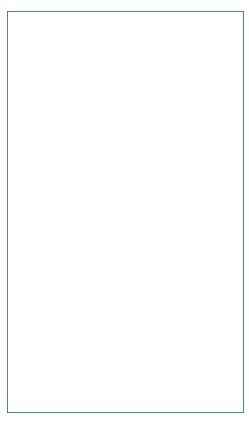
<source format=gko>
G04*
G04 #@! TF.GenerationSoftware,Altium Limited,Altium Designer,22.2.1 (43)*
G04*
G04 Layer_Color=16711935*
%FSLAX42Y42*%
%MOMM*%
G71*
G04*
G04 #@! TF.SameCoordinates,DB8E118B-81D3-46FB-BB3D-5E7861096478*
G04*
G04*
G04 #@! TF.FilePolarity,Positive*
G04*
G01*
G75*
%ADD13C,0.10*%
D13*
X0Y0D02*
Y3400D01*
X2000D01*
Y0D02*
Y3400D01*
X0Y0D02*
X2000D01*
M02*

</source>
